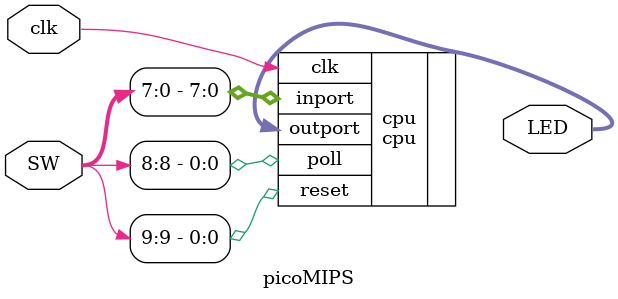
<source format=sv>
module picoMIPS (
	input logic clk, 
	input logic [9:0] SW, 
	output logic [7:0] LED
); 
	
	cpu #(.n(8))	cpu(.clk(clk), .reset(SW[9]), .poll(SW[8]), .inport(SW[7:0]), .outport(LED));

endmodule

</source>
